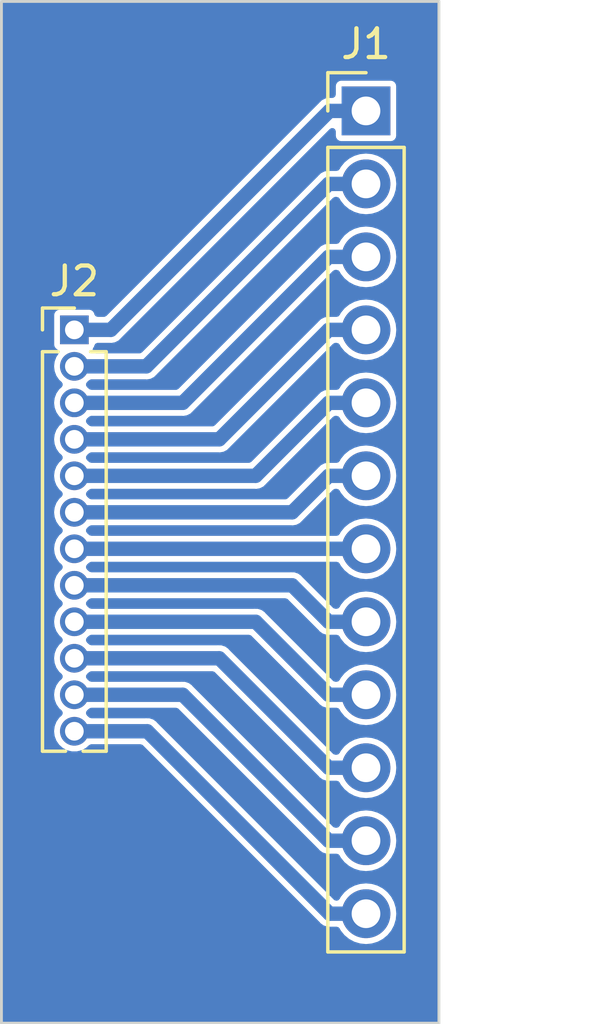
<source format=kicad_pcb>
(kicad_pcb (version 20221018) (generator pcbnew)
  (layers (0 "F.Cu" signal) (31 "B.Cu" signal) (34 "B.Paste" user) (35 "F.Paste" user) (36 "B.SilkS" user "B.Silkscreen") (37 "F.SilkS" user "F.Silkscreen") (38 "B.Mask" user) (39 "F.Mask" user) (44 "Edge.Cuts" user))
  (net 0 "")
  (net 1 "Net-(J1-Pin_1)")
  (net 2 "Net-(J1-Pin_2)")
  (net 3 "Net-(J1-Pin_3)")
  (net 4 "Net-(J1-Pin_4)")
  (net 5 "Net-(J1-Pin_5)")
  (net 6 "Net-(J1-Pin_6)")
  (net 7 "Net-(J1-Pin_7)")
  (net 8 "Net-(J1-Pin_8)")
  (net 9 "Net-(J1-Pin_9)")
  (net 10 "Net-(J1-Pin_10)")
  (net 11 "Net-(J1-Pin_11)")
  (net 12 "Net-(J1-Pin_12)")
  (footprint "Connector_PinHeader_1.27mm:PinHeader_1x12_P1.27mm_Vertical" (layer "F.Cu") (at 144.78 87.63)
    (fp_text reference "J2" (at 0 -1.695) (layer "F.SilkS"))
    (fp_text value "Screw_Terminal_01x12" hide)
    (fp_line (start -1.11 -0.76) (end 0 -0.76) (stroke (width 0.12)) (layer "F.SilkS"))
    (fp_line (start -1.11 0) (end -1.11 -0.76) (stroke (width 0.12)) (layer "F.SilkS"))
    (fp_line (start -1.11 0.76) (end -1.11 14.665) (stroke (width 0.12)) (layer "F.SilkS"))
    (fp_line (start -1.11 0.76) (end -0.563471 0.76) (stroke (width 0.12)) (layer "F.SilkS"))
    (fp_line (start -1.11 14.665) (end -0.30753 14.665) (stroke (width 0.12)) (layer "F.SilkS"))
    (fp_line (start 0.30753 14.665) (end 1.11 14.665) (stroke (width 0.12)) (layer "F.SilkS"))
    (fp_line (start 0.563471 0.76) (end 1.11 0.76) (stroke (width 0.12)) (layer "F.SilkS"))
    (fp_line (start 1.11 0.76) (end 1.11 14.665) (stroke (width 0.12)) (layer "F.SilkS"))
    (pad "1" thru_hole rect (at 0 0) (size 1 1) (drill 0.65) (layers "*.Cu" "*.Mask") (net 1 "Net-(J1-Pin_1)"))
    (pad "2" thru_hole oval (at 0 1.27) (size 1 1) (drill 0.65) (layers "*.Cu" "*.Mask") (net 2 "Net-(J1-Pin_2)"))
    (pad "3" thru_hole oval (at 0 2.54) (size 1 1) (drill 0.65) (layers "*.Cu" "*.Mask") (net 3 "Net-(J1-Pin_3)"))
    (pad "4" thru_hole oval (at 0 3.81) (size 1 1) (drill 0.65) (layers "*.Cu" "*.Mask") (net 4 "Net-(J1-Pin_4)"))
    (pad "5" thru_hole oval (at 0 5.08) (size 1 1) (drill 0.65) (layers "*.Cu" "*.Mask") (net 5 "Net-(J1-Pin_5)"))
    (pad "6" thru_hole oval (at 0 6.35) (size 1 1) (drill 0.65) (layers "*.Cu" "*.Mask") (net 6 "Net-(J1-Pin_6)"))
    (pad "7" thru_hole oval (at 0 7.62) (size 1 1) (drill 0.65) (layers "*.Cu" "*.Mask") (net 7 "Net-(J1-Pin_7)"))
    (pad "8" thru_hole oval (at 0 8.89) (size 1 1) (drill 0.65) (layers "*.Cu" "*.Mask") (net 8 "Net-(J1-Pin_8)"))
    (pad "9" thru_hole oval (at 0 10.16) (size 1 1) (drill 0.65) (layers "*.Cu" "*.Mask") (net 9 "Net-(J1-Pin_9)"))
    (pad "10" thru_hole oval (at 0 11.43) (size 1 1) (drill 0.65) (layers "*.Cu" "*.Mask") (net 10 "Net-(J1-Pin_10)"))
    (pad "11" thru_hole oval (at 0 12.7) (size 1 1) (drill 0.65) (layers "*.Cu" "*.Mask") (net 11 "Net-(J1-Pin_11)"))
    (pad "12" thru_hole oval (at 0 13.97) (size 1 1) (drill 0.65) (layers "*.Cu" "*.Mask") (net 12 "Net-(J1-Pin_12)"))
  )
  (footprint "Connector_PinHeader_2.54mm:PinHeader_1x12_P2.54mm_Vertical" (layer "F.Cu") (at 154.94 80.01)
    (fp_text reference "J1" (at 0 -2.33) (layer "F.SilkS"))
    (fp_text value "Screw_Terminal_01x12")
    (fp_line (start -1.33 -1.33) (end 0 -1.33) (stroke (width 0.12)) (layer "F.SilkS"))
    (fp_line (start -1.33 0) (end -1.33 -1.33) (stroke (width 0.12)) (layer "F.SilkS"))
    (fp_line (start -1.33 1.27) (end -1.33 29.27) (stroke (width 0.12)) (layer "F.SilkS"))
    (fp_line (start -1.33 1.27) (end 1.33 1.27) (stroke (width 0.12)) (layer "F.SilkS"))
    (fp_line (start -1.33 29.27) (end 1.33 29.27) (stroke (width 0.12)) (layer "F.SilkS"))
    (fp_line (start 1.33 1.27) (end 1.33 29.27) (stroke (width 0.12)) (layer "F.SilkS"))
    (pad "1" thru_hole rect (at 0 0) (size 1.7 1.7) (drill 1) (layers "*.Cu" "*.Mask") (net 1 "Net-(J1-Pin_1)"))
    (pad "2" thru_hole oval (at 0 2.54) (size 1.7 1.7) (drill 1) (layers "*.Cu" "*.Mask") (net 2 "Net-(J1-Pin_2)"))
    (pad "3" thru_hole oval (at 0 5.08) (size 1.7 1.7) (drill 1) (layers "*.Cu" "*.Mask") (net 3 "Net-(J1-Pin_3)"))
    (pad "4" thru_hole oval (at 0 7.62) (size 1.7 1.7) (drill 1) (layers "*.Cu" "*.Mask") (net 4 "Net-(J1-Pin_4)"))
    (pad "5" thru_hole oval (at 0 10.16) (size 1.7 1.7) (drill 1) (layers "*.Cu" "*.Mask") (net 5 "Net-(J1-Pin_5)"))
    (pad "6" thru_hole oval (at 0 12.7) (size 1.7 1.7) (drill 1) (layers "*.Cu" "*.Mask") (net 6 "Net-(J1-Pin_6)"))
    (pad "7" thru_hole oval (at 0 15.24) (size 1.7 1.7) (drill 1) (layers "*.Cu" "*.Mask") (net 7 "Net-(J1-Pin_7)"))
    (pad "8" thru_hole oval (at 0 17.78) (size 1.7 1.7) (drill 1) (layers "*.Cu" "*.Mask") (net 8 "Net-(J1-Pin_8)"))
    (pad "9" thru_hole oval (at 0 20.32) (size 1.7 1.7) (drill 1) (layers "*.Cu" "*.Mask") (net 9 "Net-(J1-Pin_9)"))
    (pad "10" thru_hole oval (at 0 22.86) (size 1.7 1.7) (drill 1) (layers "*.Cu" "*.Mask") (net 10 "Net-(J1-Pin_10)"))
    (pad "11" thru_hole oval (at 0 25.4) (size 1.7 1.7) (drill 1) (layers "*.Cu" "*.Mask") (net 11 "Net-(J1-Pin_11)"))
    (pad "12" thru_hole oval (at 0 27.94) (size 1.7 1.7) (drill 1) (layers "*.Cu" "*.Mask") (net 12 "Net-(J1-Pin_12)"))
  )
  (gr_line (start 142.24 111.76) (end 157.48 111.76) (stroke (width 0.1)) (layer "Edge.Cuts"))
  (gr_line (start 157.48 76.2) (end 142.24 76.2) (stroke (width 0.1)) (layer "Edge.Cuts"))
  (gr_line (start 142.24 76.2) (end 142.24 111.76) (stroke (width 0.1)) (layer "Edge.Cuts"))
  (gr_line (start 157.48 111.76) (end 157.48 76.2) (stroke (width 0.1)) (layer "Edge.Cuts"))
  (segment (start 146.05 87.63) (end 144.78 87.63) (width 0.5) (layer "B.Cu") (net 1))
  (segment (start 154.94 80.01) (end 153.67 80.01) (width 0.5) (layer "B.Cu") (net 1))
  (segment (start 153.67 80.01) (end 146.05 87.63) (width 0.5) (layer "B.Cu") (net 1))
  (segment (start 147.2881 88.9) (end 144.78 88.9) (width 0.5) (layer "B.Cu") (net 2))
  (segment (start 154.94 82.55) (end 153.6381 82.55) (width 0.5) (layer "B.Cu") (net 2))
  (segment (start 153.6381 82.55) (end 147.2881 88.9) (width 0.5) (layer "B.Cu") (net 2))
  (segment (start 154.94 85.09) (end 153.6381 85.09) (width 0.5) (layer "B.Cu") (net 3))
  (segment (start 148.5581 90.17) (end 144.78 90.17) (width 0.5) (layer "B.Cu") (net 3))
  (segment (start 153.6381 85.09) (end 148.5581 90.17) (width 0.5) (layer "B.Cu") (net 3))
  (segment (start 153.6381 87.63) (end 149.8281 91.44) (width 0.5) (layer "B.Cu") (net 4))
  (segment (start 154.94 87.63) (end 153.6381 87.63) (width 0.5) (layer "B.Cu") (net 4))
  (segment (start 149.8281 91.44) (end 144.78 91.44) (width 0.5) (layer "B.Cu") (net 4))
  (segment (start 151.0981 92.71) (end 144.78 92.71) (width 0.5) (layer "B.Cu") (net 5))
  (segment (start 153.6381 90.17) (end 151.0981 92.71) (width 0.5) (layer "B.Cu") (net 5))
  (segment (start 154.94 90.17) (end 153.6381 90.17) (width 0.5) (layer "B.Cu") (net 5))
  (segment (start 154.94 92.71) (end 153.6381 92.71) (width 0.5) (layer "B.Cu") (net 6))
  (segment (start 152.3681 93.98) (end 144.78 93.98) (width 0.5) (layer "B.Cu") (net 6))
  (segment (start 153.6381 92.71) (end 152.3681 93.98) (width 0.5) (layer "B.Cu") (net 6))
  (segment (start 154.94 95.25) (end 144.78 95.25) (width 0.5) (layer "B.Cu") (net 7))
  (segment (start 153.6381 97.79) (end 152.3681 96.52) (width 0.5) (layer "B.Cu") (net 8))
  (segment (start 152.3681 96.52) (end 144.78 96.52) (width 0.5) (layer "B.Cu") (net 8))
  (segment (start 154.94 97.79) (end 153.6381 97.79) (width 0.5) (layer "B.Cu") (net 8))
  (segment (start 154.94 100.33) (end 153.6381 100.33) (width 0.5) (layer "B.Cu") (net 9))
  (segment (start 151.0981 97.79) (end 144.78 97.79) (width 0.5) (layer "B.Cu") (net 9))
  (segment (start 153.6381 100.33) (end 151.0981 97.79) (width 0.5) (layer "B.Cu") (net 9))
  (segment (start 154.94 102.87) (end 153.6381 102.87) (width 0.5) (layer "B.Cu") (net 10))
  (segment (start 149.8281 99.06) (end 153.6381 102.87) (width 0.5) (layer "B.Cu") (net 10))
  (segment (start 144.78 99.06) (end 149.8281 99.06) (width 0.5) (layer "B.Cu") (net 10))
  (segment (start 148.5581 100.33) (end 144.78 100.33) (width 0.5) (layer "B.Cu") (net 11))
  (segment (start 154.94 105.41) (end 153.6381 105.41) (width 0.5) (layer "B.Cu") (net 11))
  (segment (start 153.6381 105.41) (end 148.5581 100.33) (width 0.5) (layer "B.Cu") (net 11))
  (segment (start 147.32 101.6) (end 144.78 101.6) (width 0.5) (layer "B.Cu") (net 12))
  (segment (start 154.94 107.95) (end 153.67 107.95) (width 0.5) (layer "B.Cu") (net 12))
  (segment (start 153.67 107.95) (end 147.32 101.6) (width 0.5) (layer "B.Cu") (net 12))
  (zone locked (net 0) (net_name "") (layer "B.Cu") (connect_pads (clearance 0)) (min_thickness 0.25) (fill yes (thermal_gap 0.5) (thermal_bridge_width 0.5) (island_removal_mode 1) (island_area_min 10))
    (polygon (pts (xy 157.48 111.76) (xy 157.48 76.2) (xy 142.24 76.2) (xy 142.24 111.76)))
  )
)
</source>
